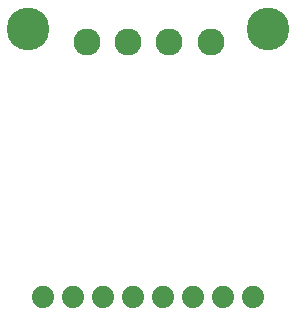
<source format=gbr>
G04 EAGLE Gerber RS-274X export*
G75*
%MOMM*%
%FSLAX34Y34*%
%LPD*%
%INSoldermask Bottom*%
%IPPOS*%
%AMOC8*
5,1,8,0,0,1.08239X$1,22.5*%
G01*
%ADD10C,2.286000*%
%ADD11C,1.879600*%
%ADD12C,3.617600*%


D10*
X144560Y242570D03*
X179560Y242570D03*
X74710Y242570D03*
X109710Y242570D03*
D11*
X38100Y26670D03*
X63500Y26670D03*
X88900Y26670D03*
X114300Y26670D03*
X139700Y26670D03*
X165100Y26670D03*
X190500Y26670D03*
X215900Y26670D03*
D12*
X25400Y254000D03*
X228600Y254000D03*
M02*

</source>
